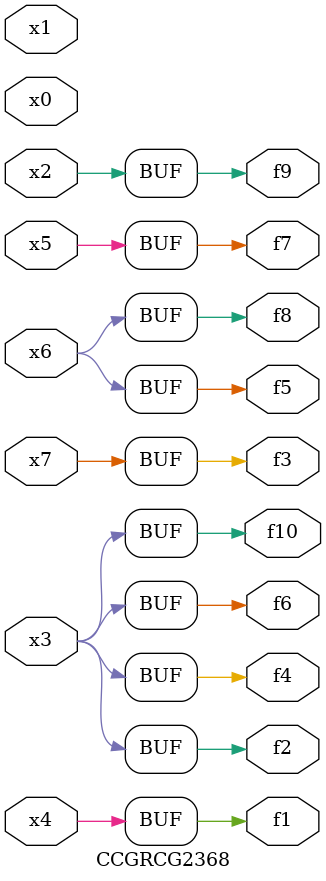
<source format=v>
module CCGRCG2368(
	input x0, x1, x2, x3, x4, x5, x6, x7,
	output f1, f2, f3, f4, f5, f6, f7, f8, f9, f10
);
	assign f1 = x4;
	assign f2 = x3;
	assign f3 = x7;
	assign f4 = x3;
	assign f5 = x6;
	assign f6 = x3;
	assign f7 = x5;
	assign f8 = x6;
	assign f9 = x2;
	assign f10 = x3;
endmodule

</source>
